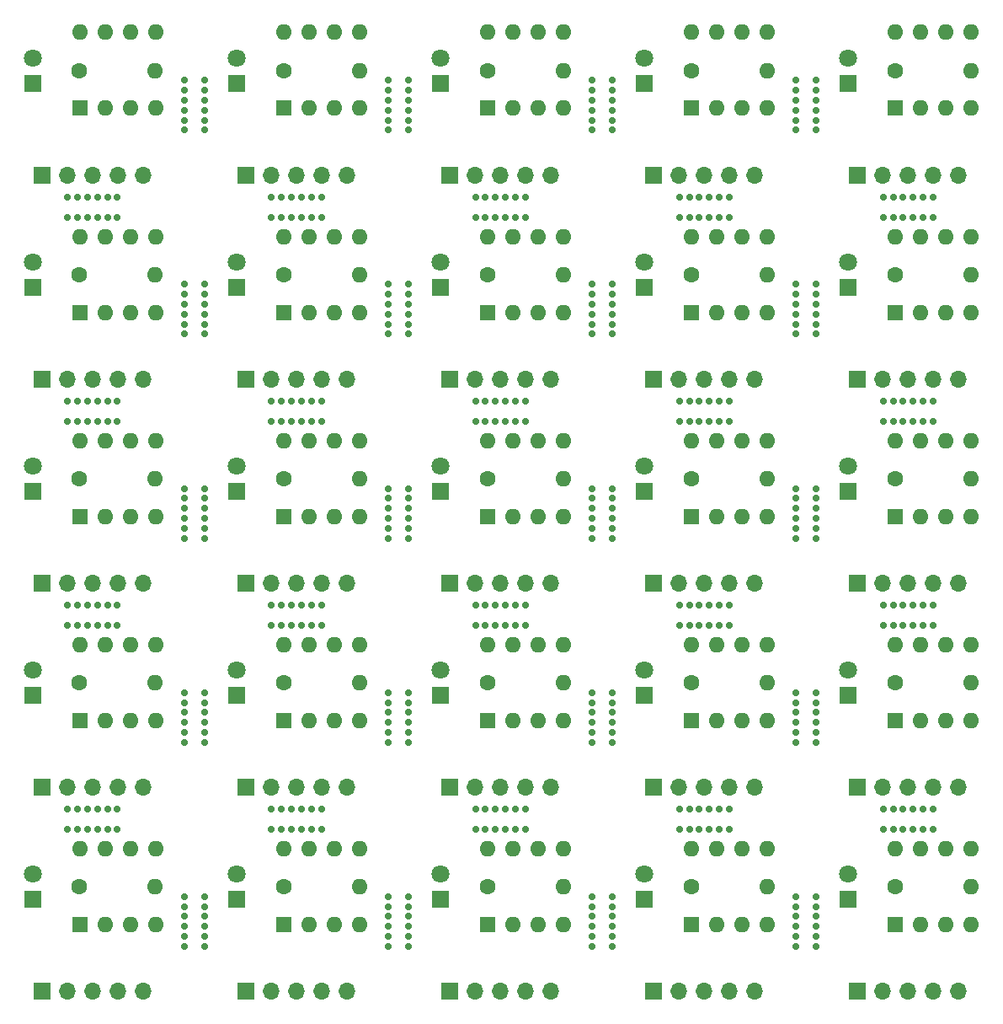
<source format=gbr>
%TF.GenerationSoftware,KiCad,Pcbnew,7.0.6*%
%TF.CreationDate,2023-12-01T18:17:31+09:00*%
%TF.ProjectId,PICWriter_20231201,50494357-7269-4746-9572-5f3230323331,rev?*%
%TF.SameCoordinates,Original*%
%TF.FileFunction,Soldermask,Bot*%
%TF.FilePolarity,Negative*%
%FSLAX46Y46*%
G04 Gerber Fmt 4.6, Leading zero omitted, Abs format (unit mm)*
G04 Created by KiCad (PCBNEW 7.0.6) date 2023-12-01 18:17:31*
%MOMM*%
%LPD*%
G01*
G04 APERTURE LIST*
%ADD10R,1.800000X1.800000*%
%ADD11C,1.800000*%
%ADD12C,1.600000*%
%ADD13O,1.600000X1.600000*%
%ADD14C,0.700000*%
%ADD15R,1.700000X1.700000*%
%ADD16O,1.700000X1.700000*%
%ADD17R,1.600000X1.600000*%
G04 APERTURE END LIST*
D10*
%TO.C,D1*%
X135000000Y-97775000D03*
D11*
X135000000Y-95235000D03*
%TD*%
D12*
%TO.C,330*%
X98690000Y-55500000D03*
D13*
X106310000Y-55500000D03*
%TD*%
D10*
%TO.C,D1*%
X114500000Y-56775000D03*
D11*
X114500000Y-54235000D03*
%TD*%
D14*
%TO.C,REF\u002A\u002A*%
X123000000Y-131750000D03*
X123000000Y-129750000D03*
X122000000Y-131750000D03*
X122000000Y-129750000D03*
X121000000Y-131750000D03*
X121000000Y-129750000D03*
X120000000Y-131750000D03*
X120000000Y-129750000D03*
X119000000Y-131750000D03*
X119000000Y-129750000D03*
X118000000Y-131750000D03*
X118000000Y-129750000D03*
%TD*%
D15*
%TO.C,J1*%
X94920000Y-86500000D03*
D16*
X97460000Y-86500000D03*
X100000000Y-86500000D03*
X102540000Y-86500000D03*
X105080000Y-86500000D03*
%TD*%
D17*
%TO.C,U1*%
X78200000Y-100300000D03*
D13*
X80740000Y-100300000D03*
X83280000Y-100300000D03*
X85820000Y-100300000D03*
X85820000Y-92680000D03*
X83280000Y-92680000D03*
X80740000Y-92680000D03*
X78200000Y-92680000D03*
%TD*%
D15*
%TO.C,J1*%
X74420000Y-107000000D03*
D16*
X76960000Y-107000000D03*
X79500000Y-107000000D03*
X82040000Y-107000000D03*
X84580000Y-107000000D03*
%TD*%
D17*
%TO.C,U1*%
X78200000Y-141300000D03*
D13*
X80740000Y-141300000D03*
X83280000Y-141300000D03*
X85820000Y-141300000D03*
X85820000Y-133680000D03*
X83280000Y-133680000D03*
X80740000Y-133680000D03*
X78200000Y-133680000D03*
%TD*%
D14*
%TO.C,REF\u002A\u002A*%
X82000000Y-111250000D03*
X82000000Y-109250000D03*
X81000000Y-111250000D03*
X81000000Y-109250000D03*
X80000000Y-111250000D03*
X80000000Y-109250000D03*
X79000000Y-111250000D03*
X79000000Y-109250000D03*
X78000000Y-111250000D03*
X78000000Y-109250000D03*
X77000000Y-111250000D03*
X77000000Y-109250000D03*
%TD*%
%TO.C,REF\u002A\u002A*%
X68250000Y-82000000D03*
X70250000Y-82000000D03*
X68250000Y-81000000D03*
X70250000Y-81000000D03*
X68250000Y-80000000D03*
X70250000Y-80000000D03*
X68250000Y-79000000D03*
X70250000Y-79000000D03*
X68250000Y-78000000D03*
X70250000Y-78000000D03*
X68250000Y-77000000D03*
X70250000Y-77000000D03*
%TD*%
D12*
%TO.C,330*%
X57690000Y-55500000D03*
D13*
X65310000Y-55500000D03*
%TD*%
D10*
%TO.C,D1*%
X73500000Y-97775000D03*
D11*
X73500000Y-95235000D03*
%TD*%
D10*
%TO.C,D1*%
X94000000Y-97775000D03*
D11*
X94000000Y-95235000D03*
%TD*%
D14*
%TO.C,REF\u002A\u002A*%
X143500000Y-90750000D03*
X143500000Y-88750000D03*
X142500000Y-90750000D03*
X142500000Y-88750000D03*
X141500000Y-90750000D03*
X141500000Y-88750000D03*
X140500000Y-90750000D03*
X140500000Y-88750000D03*
X139500000Y-90750000D03*
X139500000Y-88750000D03*
X138500000Y-90750000D03*
X138500000Y-88750000D03*
%TD*%
D10*
%TO.C,D1*%
X53000000Y-77275000D03*
D11*
X53000000Y-74735000D03*
%TD*%
D15*
%TO.C,J1*%
X115420000Y-127500000D03*
D16*
X117960000Y-127500000D03*
X120500000Y-127500000D03*
X123040000Y-127500000D03*
X125580000Y-127500000D03*
%TD*%
D14*
%TO.C,REF\u002A\u002A*%
X129750000Y-82000000D03*
X131750000Y-82000000D03*
X129750000Y-81000000D03*
X131750000Y-81000000D03*
X129750000Y-80000000D03*
X131750000Y-80000000D03*
X129750000Y-79000000D03*
X131750000Y-79000000D03*
X129750000Y-78000000D03*
X131750000Y-78000000D03*
X129750000Y-77000000D03*
X131750000Y-77000000D03*
%TD*%
D17*
%TO.C,U1*%
X98700000Y-79800000D03*
D13*
X101240000Y-79800000D03*
X103780000Y-79800000D03*
X106320000Y-79800000D03*
X106320000Y-72180000D03*
X103780000Y-72180000D03*
X101240000Y-72180000D03*
X98700000Y-72180000D03*
%TD*%
D14*
%TO.C,REF\u002A\u002A*%
X88750000Y-123000000D03*
X90750000Y-123000000D03*
X88750000Y-122000000D03*
X90750000Y-122000000D03*
X88750000Y-121000000D03*
X90750000Y-121000000D03*
X88750000Y-120000000D03*
X90750000Y-120000000D03*
X88750000Y-119000000D03*
X90750000Y-119000000D03*
X88750000Y-118000000D03*
X90750000Y-118000000D03*
%TD*%
%TO.C,REF\u002A\u002A*%
X129750000Y-61500000D03*
X131750000Y-61500000D03*
X129750000Y-60500000D03*
X131750000Y-60500000D03*
X129750000Y-59500000D03*
X131750000Y-59500000D03*
X129750000Y-58500000D03*
X131750000Y-58500000D03*
X129750000Y-57500000D03*
X131750000Y-57500000D03*
X129750000Y-56500000D03*
X131750000Y-56500000D03*
%TD*%
D12*
%TO.C,330*%
X139690000Y-76000000D03*
D13*
X147310000Y-76000000D03*
%TD*%
D15*
%TO.C,J1*%
X53920000Y-66000000D03*
D16*
X56460000Y-66000000D03*
X59000000Y-66000000D03*
X61540000Y-66000000D03*
X64080000Y-66000000D03*
%TD*%
D17*
%TO.C,U1*%
X139700000Y-100300000D03*
D13*
X142240000Y-100300000D03*
X144780000Y-100300000D03*
X147320000Y-100300000D03*
X147320000Y-92680000D03*
X144780000Y-92680000D03*
X142240000Y-92680000D03*
X139700000Y-92680000D03*
%TD*%
D10*
%TO.C,D1*%
X135000000Y-56775000D03*
D11*
X135000000Y-54235000D03*
%TD*%
D17*
%TO.C,U1*%
X57700000Y-120800000D03*
D13*
X60240000Y-120800000D03*
X62780000Y-120800000D03*
X65320000Y-120800000D03*
X65320000Y-113180000D03*
X62780000Y-113180000D03*
X60240000Y-113180000D03*
X57700000Y-113180000D03*
%TD*%
D10*
%TO.C,D1*%
X135000000Y-118275000D03*
D11*
X135000000Y-115735000D03*
%TD*%
D17*
%TO.C,U1*%
X119200000Y-120800000D03*
D13*
X121740000Y-120800000D03*
X124280000Y-120800000D03*
X126820000Y-120800000D03*
X126820000Y-113180000D03*
X124280000Y-113180000D03*
X121740000Y-113180000D03*
X119200000Y-113180000D03*
%TD*%
D15*
%TO.C,J1*%
X115420000Y-86500000D03*
D16*
X117960000Y-86500000D03*
X120500000Y-86500000D03*
X123040000Y-86500000D03*
X125580000Y-86500000D03*
%TD*%
D10*
%TO.C,D1*%
X53000000Y-97775000D03*
D11*
X53000000Y-95235000D03*
%TD*%
D12*
%TO.C,330*%
X119190000Y-117000000D03*
D13*
X126810000Y-117000000D03*
%TD*%
D14*
%TO.C,REF\u002A\u002A*%
X68250000Y-123000000D03*
X70250000Y-123000000D03*
X68250000Y-122000000D03*
X70250000Y-122000000D03*
X68250000Y-121000000D03*
X70250000Y-121000000D03*
X68250000Y-120000000D03*
X70250000Y-120000000D03*
X68250000Y-119000000D03*
X70250000Y-119000000D03*
X68250000Y-118000000D03*
X70250000Y-118000000D03*
%TD*%
D17*
%TO.C,U1*%
X98700000Y-120800000D03*
D13*
X101240000Y-120800000D03*
X103780000Y-120800000D03*
X106320000Y-120800000D03*
X106320000Y-113180000D03*
X103780000Y-113180000D03*
X101240000Y-113180000D03*
X98700000Y-113180000D03*
%TD*%
D10*
%TO.C,D1*%
X73500000Y-138775000D03*
D11*
X73500000Y-136235000D03*
%TD*%
D10*
%TO.C,D1*%
X94000000Y-118275000D03*
D11*
X94000000Y-115735000D03*
%TD*%
D12*
%TO.C,330*%
X139690000Y-55500000D03*
D13*
X147310000Y-55500000D03*
%TD*%
D10*
%TO.C,D1*%
X94000000Y-138775000D03*
D11*
X94000000Y-136235000D03*
%TD*%
D12*
%TO.C,330*%
X139690000Y-117000000D03*
D13*
X147310000Y-117000000D03*
%TD*%
D10*
%TO.C,D1*%
X53000000Y-56775000D03*
D11*
X53000000Y-54235000D03*
%TD*%
D15*
%TO.C,J1*%
X74420000Y-148000000D03*
D16*
X76960000Y-148000000D03*
X79500000Y-148000000D03*
X82040000Y-148000000D03*
X84580000Y-148000000D03*
%TD*%
D15*
%TO.C,J1*%
X53920000Y-127500000D03*
D16*
X56460000Y-127500000D03*
X59000000Y-127500000D03*
X61540000Y-127500000D03*
X64080000Y-127500000D03*
%TD*%
D15*
%TO.C,J1*%
X115420000Y-107000000D03*
D16*
X117960000Y-107000000D03*
X120500000Y-107000000D03*
X123040000Y-107000000D03*
X125580000Y-107000000D03*
%TD*%
D17*
%TO.C,U1*%
X78200000Y-120800000D03*
D13*
X80740000Y-120800000D03*
X83280000Y-120800000D03*
X85820000Y-120800000D03*
X85820000Y-113180000D03*
X83280000Y-113180000D03*
X80740000Y-113180000D03*
X78200000Y-113180000D03*
%TD*%
D15*
%TO.C,J1*%
X53920000Y-86500000D03*
D16*
X56460000Y-86500000D03*
X59000000Y-86500000D03*
X61540000Y-86500000D03*
X64080000Y-86500000D03*
%TD*%
D10*
%TO.C,D1*%
X73500000Y-77275000D03*
D11*
X73500000Y-74735000D03*
%TD*%
D17*
%TO.C,U1*%
X119200000Y-100300000D03*
D13*
X121740000Y-100300000D03*
X124280000Y-100300000D03*
X126820000Y-100300000D03*
X126820000Y-92680000D03*
X124280000Y-92680000D03*
X121740000Y-92680000D03*
X119200000Y-92680000D03*
%TD*%
D15*
%TO.C,J1*%
X115420000Y-66000000D03*
D16*
X117960000Y-66000000D03*
X120500000Y-66000000D03*
X123040000Y-66000000D03*
X125580000Y-66000000D03*
%TD*%
D14*
%TO.C,REF\u002A\u002A*%
X143500000Y-111250000D03*
X143500000Y-109250000D03*
X142500000Y-111250000D03*
X142500000Y-109250000D03*
X141500000Y-111250000D03*
X141500000Y-109250000D03*
X140500000Y-111250000D03*
X140500000Y-109250000D03*
X139500000Y-111250000D03*
X139500000Y-109250000D03*
X138500000Y-111250000D03*
X138500000Y-109250000D03*
%TD*%
%TO.C,REF\u002A\u002A*%
X88750000Y-143500000D03*
X90750000Y-143500000D03*
X88750000Y-142500000D03*
X90750000Y-142500000D03*
X88750000Y-141500000D03*
X90750000Y-141500000D03*
X88750000Y-140500000D03*
X90750000Y-140500000D03*
X88750000Y-139500000D03*
X90750000Y-139500000D03*
X88750000Y-138500000D03*
X90750000Y-138500000D03*
%TD*%
%TO.C,REF\u002A\u002A*%
X123000000Y-90750000D03*
X123000000Y-88750000D03*
X122000000Y-90750000D03*
X122000000Y-88750000D03*
X121000000Y-90750000D03*
X121000000Y-88750000D03*
X120000000Y-90750000D03*
X120000000Y-88750000D03*
X119000000Y-90750000D03*
X119000000Y-88750000D03*
X118000000Y-90750000D03*
X118000000Y-88750000D03*
%TD*%
D12*
%TO.C,330*%
X139690000Y-137500000D03*
D13*
X147310000Y-137500000D03*
%TD*%
D17*
%TO.C,U1*%
X57700000Y-100300000D03*
D13*
X60240000Y-100300000D03*
X62780000Y-100300000D03*
X65320000Y-100300000D03*
X65320000Y-92680000D03*
X62780000Y-92680000D03*
X60240000Y-92680000D03*
X57700000Y-92680000D03*
%TD*%
D10*
%TO.C,D1*%
X53000000Y-138775000D03*
D11*
X53000000Y-136235000D03*
%TD*%
D12*
%TO.C,330*%
X78190000Y-137500000D03*
D13*
X85810000Y-137500000D03*
%TD*%
D14*
%TO.C,REF\u002A\u002A*%
X82000000Y-131750000D03*
X82000000Y-129750000D03*
X81000000Y-131750000D03*
X81000000Y-129750000D03*
X80000000Y-131750000D03*
X80000000Y-129750000D03*
X79000000Y-131750000D03*
X79000000Y-129750000D03*
X78000000Y-131750000D03*
X78000000Y-129750000D03*
X77000000Y-131750000D03*
X77000000Y-129750000D03*
%TD*%
%TO.C,REF\u002A\u002A*%
X102500000Y-131750000D03*
X102500000Y-129750000D03*
X101500000Y-131750000D03*
X101500000Y-129750000D03*
X100500000Y-131750000D03*
X100500000Y-129750000D03*
X99500000Y-131750000D03*
X99500000Y-129750000D03*
X98500000Y-131750000D03*
X98500000Y-129750000D03*
X97500000Y-131750000D03*
X97500000Y-129750000D03*
%TD*%
D12*
%TO.C,330*%
X119190000Y-96500000D03*
D13*
X126810000Y-96500000D03*
%TD*%
D15*
%TO.C,J1*%
X94920000Y-148000000D03*
D16*
X97460000Y-148000000D03*
X100000000Y-148000000D03*
X102540000Y-148000000D03*
X105080000Y-148000000D03*
%TD*%
D10*
%TO.C,D1*%
X94000000Y-56775000D03*
D11*
X94000000Y-54235000D03*
%TD*%
D17*
%TO.C,U1*%
X98700000Y-59300000D03*
D13*
X101240000Y-59300000D03*
X103780000Y-59300000D03*
X106320000Y-59300000D03*
X106320000Y-51680000D03*
X103780000Y-51680000D03*
X101240000Y-51680000D03*
X98700000Y-51680000D03*
%TD*%
D17*
%TO.C,U1*%
X57700000Y-141300000D03*
D13*
X60240000Y-141300000D03*
X62780000Y-141300000D03*
X65320000Y-141300000D03*
X65320000Y-133680000D03*
X62780000Y-133680000D03*
X60240000Y-133680000D03*
X57700000Y-133680000D03*
%TD*%
D17*
%TO.C,U1*%
X139700000Y-59300000D03*
D13*
X142240000Y-59300000D03*
X144780000Y-59300000D03*
X147320000Y-59300000D03*
X147320000Y-51680000D03*
X144780000Y-51680000D03*
X142240000Y-51680000D03*
X139700000Y-51680000D03*
%TD*%
D17*
%TO.C,U1*%
X119200000Y-141300000D03*
D13*
X121740000Y-141300000D03*
X124280000Y-141300000D03*
X126820000Y-141300000D03*
X126820000Y-133680000D03*
X124280000Y-133680000D03*
X121740000Y-133680000D03*
X119200000Y-133680000D03*
%TD*%
D15*
%TO.C,J1*%
X74420000Y-66000000D03*
D16*
X76960000Y-66000000D03*
X79500000Y-66000000D03*
X82040000Y-66000000D03*
X84580000Y-66000000D03*
%TD*%
D14*
%TO.C,REF\u002A\u002A*%
X123000000Y-70250000D03*
X123000000Y-68250000D03*
X122000000Y-70250000D03*
X122000000Y-68250000D03*
X121000000Y-70250000D03*
X121000000Y-68250000D03*
X120000000Y-70250000D03*
X120000000Y-68250000D03*
X119000000Y-70250000D03*
X119000000Y-68250000D03*
X118000000Y-70250000D03*
X118000000Y-68250000D03*
%TD*%
%TO.C,REF\u002A\u002A*%
X123000000Y-111250000D03*
X123000000Y-109250000D03*
X122000000Y-111250000D03*
X122000000Y-109250000D03*
X121000000Y-111250000D03*
X121000000Y-109250000D03*
X120000000Y-111250000D03*
X120000000Y-109250000D03*
X119000000Y-111250000D03*
X119000000Y-109250000D03*
X118000000Y-111250000D03*
X118000000Y-109250000D03*
%TD*%
%TO.C,REF\u002A\u002A*%
X61500000Y-111250000D03*
X61500000Y-109250000D03*
X60500000Y-111250000D03*
X60500000Y-109250000D03*
X59500000Y-111250000D03*
X59500000Y-109250000D03*
X58500000Y-111250000D03*
X58500000Y-109250000D03*
X57500000Y-111250000D03*
X57500000Y-109250000D03*
X56500000Y-111250000D03*
X56500000Y-109250000D03*
%TD*%
D10*
%TO.C,D1*%
X135000000Y-77275000D03*
D11*
X135000000Y-74735000D03*
%TD*%
D12*
%TO.C,330*%
X57690000Y-137500000D03*
D13*
X65310000Y-137500000D03*
%TD*%
D15*
%TO.C,J1*%
X135920000Y-86500000D03*
D16*
X138460000Y-86500000D03*
X141000000Y-86500000D03*
X143540000Y-86500000D03*
X146080000Y-86500000D03*
%TD*%
D14*
%TO.C,REF\u002A\u002A*%
X82000000Y-70250000D03*
X82000000Y-68250000D03*
X81000000Y-70250000D03*
X81000000Y-68250000D03*
X80000000Y-70250000D03*
X80000000Y-68250000D03*
X79000000Y-70250000D03*
X79000000Y-68250000D03*
X78000000Y-70250000D03*
X78000000Y-68250000D03*
X77000000Y-70250000D03*
X77000000Y-68250000D03*
%TD*%
D15*
%TO.C,J1*%
X115420000Y-148000000D03*
D16*
X117960000Y-148000000D03*
X120500000Y-148000000D03*
X123040000Y-148000000D03*
X125580000Y-148000000D03*
%TD*%
D10*
%TO.C,D1*%
X114500000Y-138775000D03*
D11*
X114500000Y-136235000D03*
%TD*%
D15*
%TO.C,J1*%
X94920000Y-107000000D03*
D16*
X97460000Y-107000000D03*
X100000000Y-107000000D03*
X102540000Y-107000000D03*
X105080000Y-107000000D03*
%TD*%
D14*
%TO.C,REF\u002A\u002A*%
X88750000Y-102500000D03*
X90750000Y-102500000D03*
X88750000Y-101500000D03*
X90750000Y-101500000D03*
X88750000Y-100500000D03*
X90750000Y-100500000D03*
X88750000Y-99500000D03*
X90750000Y-99500000D03*
X88750000Y-98500000D03*
X90750000Y-98500000D03*
X88750000Y-97500000D03*
X90750000Y-97500000D03*
%TD*%
%TO.C,REF\u002A\u002A*%
X88750000Y-61500000D03*
X90750000Y-61500000D03*
X88750000Y-60500000D03*
X90750000Y-60500000D03*
X88750000Y-59500000D03*
X90750000Y-59500000D03*
X88750000Y-58500000D03*
X90750000Y-58500000D03*
X88750000Y-57500000D03*
X90750000Y-57500000D03*
X88750000Y-56500000D03*
X90750000Y-56500000D03*
%TD*%
D15*
%TO.C,J1*%
X135920000Y-66000000D03*
D16*
X138460000Y-66000000D03*
X141000000Y-66000000D03*
X143540000Y-66000000D03*
X146080000Y-66000000D03*
%TD*%
D14*
%TO.C,REF\u002A\u002A*%
X68250000Y-61500000D03*
X70250000Y-61500000D03*
X68250000Y-60500000D03*
X70250000Y-60500000D03*
X68250000Y-59500000D03*
X70250000Y-59500000D03*
X68250000Y-58500000D03*
X70250000Y-58500000D03*
X68250000Y-57500000D03*
X70250000Y-57500000D03*
X68250000Y-56500000D03*
X70250000Y-56500000D03*
%TD*%
D10*
%TO.C,D1*%
X114500000Y-118275000D03*
D11*
X114500000Y-115735000D03*
%TD*%
D15*
%TO.C,J1*%
X135920000Y-127500000D03*
D16*
X138460000Y-127500000D03*
X141000000Y-127500000D03*
X143540000Y-127500000D03*
X146080000Y-127500000D03*
%TD*%
D17*
%TO.C,U1*%
X139700000Y-79800000D03*
D13*
X142240000Y-79800000D03*
X144780000Y-79800000D03*
X147320000Y-79800000D03*
X147320000Y-72180000D03*
X144780000Y-72180000D03*
X142240000Y-72180000D03*
X139700000Y-72180000D03*
%TD*%
D14*
%TO.C,REF\u002A\u002A*%
X129750000Y-123000000D03*
X131750000Y-123000000D03*
X129750000Y-122000000D03*
X131750000Y-122000000D03*
X129750000Y-121000000D03*
X131750000Y-121000000D03*
X129750000Y-120000000D03*
X131750000Y-120000000D03*
X129750000Y-119000000D03*
X131750000Y-119000000D03*
X129750000Y-118000000D03*
X131750000Y-118000000D03*
%TD*%
D17*
%TO.C,U1*%
X78200000Y-79800000D03*
D13*
X80740000Y-79800000D03*
X83280000Y-79800000D03*
X85820000Y-79800000D03*
X85820000Y-72180000D03*
X83280000Y-72180000D03*
X80740000Y-72180000D03*
X78200000Y-72180000D03*
%TD*%
D10*
%TO.C,D1*%
X135000000Y-138775000D03*
D11*
X135000000Y-136235000D03*
%TD*%
D15*
%TO.C,J1*%
X94920000Y-127500000D03*
D16*
X97460000Y-127500000D03*
X100000000Y-127500000D03*
X102540000Y-127500000D03*
X105080000Y-127500000D03*
%TD*%
D12*
%TO.C,330*%
X78190000Y-117000000D03*
D13*
X85810000Y-117000000D03*
%TD*%
D14*
%TO.C,REF\u002A\u002A*%
X109250000Y-123000000D03*
X111250000Y-123000000D03*
X109250000Y-122000000D03*
X111250000Y-122000000D03*
X109250000Y-121000000D03*
X111250000Y-121000000D03*
X109250000Y-120000000D03*
X111250000Y-120000000D03*
X109250000Y-119000000D03*
X111250000Y-119000000D03*
X109250000Y-118000000D03*
X111250000Y-118000000D03*
%TD*%
D15*
%TO.C,J1*%
X135920000Y-107000000D03*
D16*
X138460000Y-107000000D03*
X141000000Y-107000000D03*
X143540000Y-107000000D03*
X146080000Y-107000000D03*
%TD*%
D14*
%TO.C,REF\u002A\u002A*%
X143500000Y-70250000D03*
X143500000Y-68250000D03*
X142500000Y-70250000D03*
X142500000Y-68250000D03*
X141500000Y-70250000D03*
X141500000Y-68250000D03*
X140500000Y-70250000D03*
X140500000Y-68250000D03*
X139500000Y-70250000D03*
X139500000Y-68250000D03*
X138500000Y-70250000D03*
X138500000Y-68250000D03*
%TD*%
D17*
%TO.C,U1*%
X98700000Y-141300000D03*
D13*
X101240000Y-141300000D03*
X103780000Y-141300000D03*
X106320000Y-141300000D03*
X106320000Y-133680000D03*
X103780000Y-133680000D03*
X101240000Y-133680000D03*
X98700000Y-133680000D03*
%TD*%
D17*
%TO.C,U1*%
X139700000Y-141300000D03*
D13*
X142240000Y-141300000D03*
X144780000Y-141300000D03*
X147320000Y-141300000D03*
X147320000Y-133680000D03*
X144780000Y-133680000D03*
X142240000Y-133680000D03*
X139700000Y-133680000D03*
%TD*%
D12*
%TO.C,330*%
X119190000Y-137500000D03*
D13*
X126810000Y-137500000D03*
%TD*%
D14*
%TO.C,REF\u002A\u002A*%
X82000000Y-90750000D03*
X82000000Y-88750000D03*
X81000000Y-90750000D03*
X81000000Y-88750000D03*
X80000000Y-90750000D03*
X80000000Y-88750000D03*
X79000000Y-90750000D03*
X79000000Y-88750000D03*
X78000000Y-90750000D03*
X78000000Y-88750000D03*
X77000000Y-90750000D03*
X77000000Y-88750000D03*
%TD*%
D15*
%TO.C,J1*%
X53920000Y-107000000D03*
D16*
X56460000Y-107000000D03*
X59000000Y-107000000D03*
X61540000Y-107000000D03*
X64080000Y-107000000D03*
%TD*%
D10*
%TO.C,D1*%
X114500000Y-77275000D03*
D11*
X114500000Y-74735000D03*
%TD*%
D12*
%TO.C,330*%
X78190000Y-76000000D03*
D13*
X85810000Y-76000000D03*
%TD*%
D12*
%TO.C,330*%
X98690000Y-137500000D03*
D13*
X106310000Y-137500000D03*
%TD*%
D14*
%TO.C,REF\u002A\u002A*%
X109250000Y-102500000D03*
X111250000Y-102500000D03*
X109250000Y-101500000D03*
X111250000Y-101500000D03*
X109250000Y-100500000D03*
X111250000Y-100500000D03*
X109250000Y-99500000D03*
X111250000Y-99500000D03*
X109250000Y-98500000D03*
X111250000Y-98500000D03*
X109250000Y-97500000D03*
X111250000Y-97500000D03*
%TD*%
D17*
%TO.C,U1*%
X78200000Y-59300000D03*
D13*
X80740000Y-59300000D03*
X83280000Y-59300000D03*
X85820000Y-59300000D03*
X85820000Y-51680000D03*
X83280000Y-51680000D03*
X80740000Y-51680000D03*
X78200000Y-51680000D03*
%TD*%
D12*
%TO.C,330*%
X119190000Y-55500000D03*
D13*
X126810000Y-55500000D03*
%TD*%
D17*
%TO.C,U1*%
X119200000Y-59300000D03*
D13*
X121740000Y-59300000D03*
X124280000Y-59300000D03*
X126820000Y-59300000D03*
X126820000Y-51680000D03*
X124280000Y-51680000D03*
X121740000Y-51680000D03*
X119200000Y-51680000D03*
%TD*%
D17*
%TO.C,U1*%
X119200000Y-79800000D03*
D13*
X121740000Y-79800000D03*
X124280000Y-79800000D03*
X126820000Y-79800000D03*
X126820000Y-72180000D03*
X124280000Y-72180000D03*
X121740000Y-72180000D03*
X119200000Y-72180000D03*
%TD*%
D15*
%TO.C,J1*%
X53920000Y-148000000D03*
D16*
X56460000Y-148000000D03*
X59000000Y-148000000D03*
X61540000Y-148000000D03*
X64080000Y-148000000D03*
%TD*%
D15*
%TO.C,J1*%
X135920000Y-148000000D03*
D16*
X138460000Y-148000000D03*
X141000000Y-148000000D03*
X143540000Y-148000000D03*
X146080000Y-148000000D03*
%TD*%
D17*
%TO.C,U1*%
X98700000Y-100300000D03*
D13*
X101240000Y-100300000D03*
X103780000Y-100300000D03*
X106320000Y-100300000D03*
X106320000Y-92680000D03*
X103780000Y-92680000D03*
X101240000Y-92680000D03*
X98700000Y-92680000D03*
%TD*%
D14*
%TO.C,REF\u002A\u002A*%
X68250000Y-143500000D03*
X70250000Y-143500000D03*
X68250000Y-142500000D03*
X70250000Y-142500000D03*
X68250000Y-141500000D03*
X70250000Y-141500000D03*
X68250000Y-140500000D03*
X70250000Y-140500000D03*
X68250000Y-139500000D03*
X70250000Y-139500000D03*
X68250000Y-138500000D03*
X70250000Y-138500000D03*
%TD*%
D12*
%TO.C,330*%
X78190000Y-96500000D03*
D13*
X85810000Y-96500000D03*
%TD*%
D17*
%TO.C,U1*%
X139700000Y-120800000D03*
D13*
X142240000Y-120800000D03*
X144780000Y-120800000D03*
X147320000Y-120800000D03*
X147320000Y-113180000D03*
X144780000Y-113180000D03*
X142240000Y-113180000D03*
X139700000Y-113180000D03*
%TD*%
D14*
%TO.C,REF\u002A\u002A*%
X143500000Y-131750000D03*
X143500000Y-129750000D03*
X142500000Y-131750000D03*
X142500000Y-129750000D03*
X141500000Y-131750000D03*
X141500000Y-129750000D03*
X140500000Y-131750000D03*
X140500000Y-129750000D03*
X139500000Y-131750000D03*
X139500000Y-129750000D03*
X138500000Y-131750000D03*
X138500000Y-129750000D03*
%TD*%
D17*
%TO.C,U1*%
X57700000Y-79800000D03*
D13*
X60240000Y-79800000D03*
X62780000Y-79800000D03*
X65320000Y-79800000D03*
X65320000Y-72180000D03*
X62780000Y-72180000D03*
X60240000Y-72180000D03*
X57700000Y-72180000D03*
%TD*%
D14*
%TO.C,REF\u002A\u002A*%
X61500000Y-70250000D03*
X61500000Y-68250000D03*
X60500000Y-70250000D03*
X60500000Y-68250000D03*
X59500000Y-70250000D03*
X59500000Y-68250000D03*
X58500000Y-70250000D03*
X58500000Y-68250000D03*
X57500000Y-70250000D03*
X57500000Y-68250000D03*
X56500000Y-70250000D03*
X56500000Y-68250000D03*
%TD*%
D15*
%TO.C,J1*%
X74420000Y-86500000D03*
D16*
X76960000Y-86500000D03*
X79500000Y-86500000D03*
X82040000Y-86500000D03*
X84580000Y-86500000D03*
%TD*%
D14*
%TO.C,REF\u002A\u002A*%
X109250000Y-143500000D03*
X111250000Y-143500000D03*
X109250000Y-142500000D03*
X111250000Y-142500000D03*
X109250000Y-141500000D03*
X111250000Y-141500000D03*
X109250000Y-140500000D03*
X111250000Y-140500000D03*
X109250000Y-139500000D03*
X111250000Y-139500000D03*
X109250000Y-138500000D03*
X111250000Y-138500000D03*
%TD*%
%TO.C,REF\u002A\u002A*%
X109250000Y-82000000D03*
X111250000Y-82000000D03*
X109250000Y-81000000D03*
X111250000Y-81000000D03*
X109250000Y-80000000D03*
X111250000Y-80000000D03*
X109250000Y-79000000D03*
X111250000Y-79000000D03*
X109250000Y-78000000D03*
X111250000Y-78000000D03*
X109250000Y-77000000D03*
X111250000Y-77000000D03*
%TD*%
%TO.C,REF\u002A\u002A*%
X102500000Y-111250000D03*
X102500000Y-109250000D03*
X101500000Y-111250000D03*
X101500000Y-109250000D03*
X100500000Y-111250000D03*
X100500000Y-109250000D03*
X99500000Y-111250000D03*
X99500000Y-109250000D03*
X98500000Y-111250000D03*
X98500000Y-109250000D03*
X97500000Y-111250000D03*
X97500000Y-109250000D03*
%TD*%
D17*
%TO.C,U1*%
X57700000Y-59300000D03*
D13*
X60240000Y-59300000D03*
X62780000Y-59300000D03*
X65320000Y-59300000D03*
X65320000Y-51680000D03*
X62780000Y-51680000D03*
X60240000Y-51680000D03*
X57700000Y-51680000D03*
%TD*%
D10*
%TO.C,D1*%
X73500000Y-118275000D03*
D11*
X73500000Y-115735000D03*
%TD*%
D14*
%TO.C,REF\u002A\u002A*%
X109250000Y-61500000D03*
X111250000Y-61500000D03*
X109250000Y-60500000D03*
X111250000Y-60500000D03*
X109250000Y-59500000D03*
X111250000Y-59500000D03*
X109250000Y-58500000D03*
X111250000Y-58500000D03*
X109250000Y-57500000D03*
X111250000Y-57500000D03*
X109250000Y-56500000D03*
X111250000Y-56500000D03*
%TD*%
%TO.C,REF\u002A\u002A*%
X61500000Y-90750000D03*
X61500000Y-88750000D03*
X60500000Y-90750000D03*
X60500000Y-88750000D03*
X59500000Y-90750000D03*
X59500000Y-88750000D03*
X58500000Y-90750000D03*
X58500000Y-88750000D03*
X57500000Y-90750000D03*
X57500000Y-88750000D03*
X56500000Y-90750000D03*
X56500000Y-88750000D03*
%TD*%
%TO.C,REF\u002A\u002A*%
X61500000Y-131750000D03*
X61500000Y-129750000D03*
X60500000Y-131750000D03*
X60500000Y-129750000D03*
X59500000Y-131750000D03*
X59500000Y-129750000D03*
X58500000Y-131750000D03*
X58500000Y-129750000D03*
X57500000Y-131750000D03*
X57500000Y-129750000D03*
X56500000Y-131750000D03*
X56500000Y-129750000D03*
%TD*%
D12*
%TO.C,330*%
X119190000Y-76000000D03*
D13*
X126810000Y-76000000D03*
%TD*%
D10*
%TO.C,D1*%
X53000000Y-118275000D03*
D11*
X53000000Y-115735000D03*
%TD*%
D12*
%TO.C,330*%
X78190000Y-55500000D03*
D13*
X85810000Y-55500000D03*
%TD*%
D14*
%TO.C,REF\u002A\u002A*%
X102500000Y-90750000D03*
X102500000Y-88750000D03*
X101500000Y-90750000D03*
X101500000Y-88750000D03*
X100500000Y-90750000D03*
X100500000Y-88750000D03*
X99500000Y-90750000D03*
X99500000Y-88750000D03*
X98500000Y-90750000D03*
X98500000Y-88750000D03*
X97500000Y-90750000D03*
X97500000Y-88750000D03*
%TD*%
D15*
%TO.C,J1*%
X94920000Y-66000000D03*
D16*
X97460000Y-66000000D03*
X100000000Y-66000000D03*
X102540000Y-66000000D03*
X105080000Y-66000000D03*
%TD*%
D10*
%TO.C,D1*%
X94000000Y-77275000D03*
D11*
X94000000Y-74735000D03*
%TD*%
D12*
%TO.C,330*%
X57690000Y-76000000D03*
D13*
X65310000Y-76000000D03*
%TD*%
D12*
%TO.C,330*%
X98690000Y-96500000D03*
D13*
X106310000Y-96500000D03*
%TD*%
D10*
%TO.C,D1*%
X73500000Y-56775000D03*
D11*
X73500000Y-54235000D03*
%TD*%
D12*
%TO.C,330*%
X139690000Y-96500000D03*
D13*
X147310000Y-96500000D03*
%TD*%
D10*
%TO.C,D1*%
X114500000Y-97775000D03*
D11*
X114500000Y-95235000D03*
%TD*%
D14*
%TO.C,REF\u002A\u002A*%
X88750000Y-82000000D03*
X90750000Y-82000000D03*
X88750000Y-81000000D03*
X90750000Y-81000000D03*
X88750000Y-80000000D03*
X90750000Y-80000000D03*
X88750000Y-79000000D03*
X90750000Y-79000000D03*
X88750000Y-78000000D03*
X90750000Y-78000000D03*
X88750000Y-77000000D03*
X90750000Y-77000000D03*
%TD*%
%TO.C,REF\u002A\u002A*%
X102500000Y-70250000D03*
X102500000Y-68250000D03*
X101500000Y-70250000D03*
X101500000Y-68250000D03*
X100500000Y-70250000D03*
X100500000Y-68250000D03*
X99500000Y-70250000D03*
X99500000Y-68250000D03*
X98500000Y-70250000D03*
X98500000Y-68250000D03*
X97500000Y-70250000D03*
X97500000Y-68250000D03*
%TD*%
%TO.C,REF\u002A\u002A*%
X68250000Y-102500000D03*
X70250000Y-102500000D03*
X68250000Y-101500000D03*
X70250000Y-101500000D03*
X68250000Y-100500000D03*
X70250000Y-100500000D03*
X68250000Y-99500000D03*
X70250000Y-99500000D03*
X68250000Y-98500000D03*
X70250000Y-98500000D03*
X68250000Y-97500000D03*
X70250000Y-97500000D03*
%TD*%
D15*
%TO.C,J1*%
X74420000Y-127500000D03*
D16*
X76960000Y-127500000D03*
X79500000Y-127500000D03*
X82040000Y-127500000D03*
X84580000Y-127500000D03*
%TD*%
D14*
%TO.C,REF\u002A\u002A*%
X129750000Y-143500000D03*
X131750000Y-143500000D03*
X129750000Y-142500000D03*
X131750000Y-142500000D03*
X129750000Y-141500000D03*
X131750000Y-141500000D03*
X129750000Y-140500000D03*
X131750000Y-140500000D03*
X129750000Y-139500000D03*
X131750000Y-139500000D03*
X129750000Y-138500000D03*
X131750000Y-138500000D03*
%TD*%
%TO.C,REF\u002A\u002A*%
X129750000Y-102500000D03*
X131750000Y-102500000D03*
X129750000Y-101500000D03*
X131750000Y-101500000D03*
X129750000Y-100500000D03*
X131750000Y-100500000D03*
X129750000Y-99500000D03*
X131750000Y-99500000D03*
X129750000Y-98500000D03*
X131750000Y-98500000D03*
X129750000Y-97500000D03*
X131750000Y-97500000D03*
%TD*%
D12*
%TO.C,330*%
X98690000Y-117000000D03*
D13*
X106310000Y-117000000D03*
%TD*%
D12*
%TO.C,330*%
X98690000Y-76000000D03*
D13*
X106310000Y-76000000D03*
%TD*%
D12*
%TO.C,330*%
X57690000Y-117000000D03*
D13*
X65310000Y-117000000D03*
%TD*%
D12*
%TO.C,330*%
X57690000Y-96500000D03*
D13*
X65310000Y-96500000D03*
%TD*%
M02*

</source>
